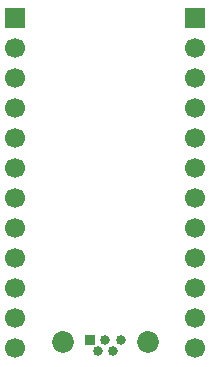
<source format=gbr>
%TF.GenerationSoftware,KiCad,Pcbnew,9.0.2-9.0.2-0~ubuntu24.04.1*%
%TF.CreationDate,2025-06-25T14:04:04-04:00*%
%TF.ProjectId,tiny-avr,74696e79-2d61-4767-922e-6b696361645f,rev?*%
%TF.SameCoordinates,Original*%
%TF.FileFunction,Soldermask,Bot*%
%TF.FilePolarity,Negative*%
%FSLAX46Y46*%
G04 Gerber Fmt 4.6, Leading zero omitted, Abs format (unit mm)*
G04 Created by KiCad (PCBNEW 9.0.2-9.0.2-0~ubuntu24.04.1) date 2025-06-25 14:04:04*
%MOMM*%
%LPD*%
G01*
G04 APERTURE LIST*
%ADD10R,0.840000X0.840000*%
%ADD11C,0.840000*%
%ADD12C,1.850000*%
%ADD13R,1.700000X1.700000*%
%ADD14C,1.700000*%
G04 APERTURE END LIST*
D10*
%TO.C,J3*%
X77470000Y-64770000D03*
D11*
X78120000Y-65770000D03*
X78770000Y-64770000D03*
X79420000Y-65770000D03*
X80070000Y-64770000D03*
D12*
X75195000Y-64990000D03*
X82345000Y-64990000D03*
%TD*%
D13*
%TO.C,J2*%
X86360000Y-37560000D03*
D14*
X86360000Y-40100000D03*
X86360000Y-42640000D03*
X86360000Y-45180000D03*
X86360000Y-47720000D03*
X86360000Y-50260000D03*
X86360000Y-52800000D03*
X86360000Y-55340000D03*
X86360000Y-57880000D03*
X86360000Y-60420000D03*
X86360000Y-62960000D03*
X86360000Y-65500000D03*
%TD*%
D13*
%TO.C,J1*%
X71120000Y-37560000D03*
D14*
X71120000Y-40100000D03*
X71120000Y-42640000D03*
X71120000Y-45180000D03*
X71120000Y-47720000D03*
X71120000Y-50260000D03*
X71120000Y-52800000D03*
X71120000Y-55340000D03*
X71120000Y-57880000D03*
X71120000Y-60420000D03*
X71120000Y-62960000D03*
X71120000Y-65500000D03*
%TD*%
M02*

</source>
